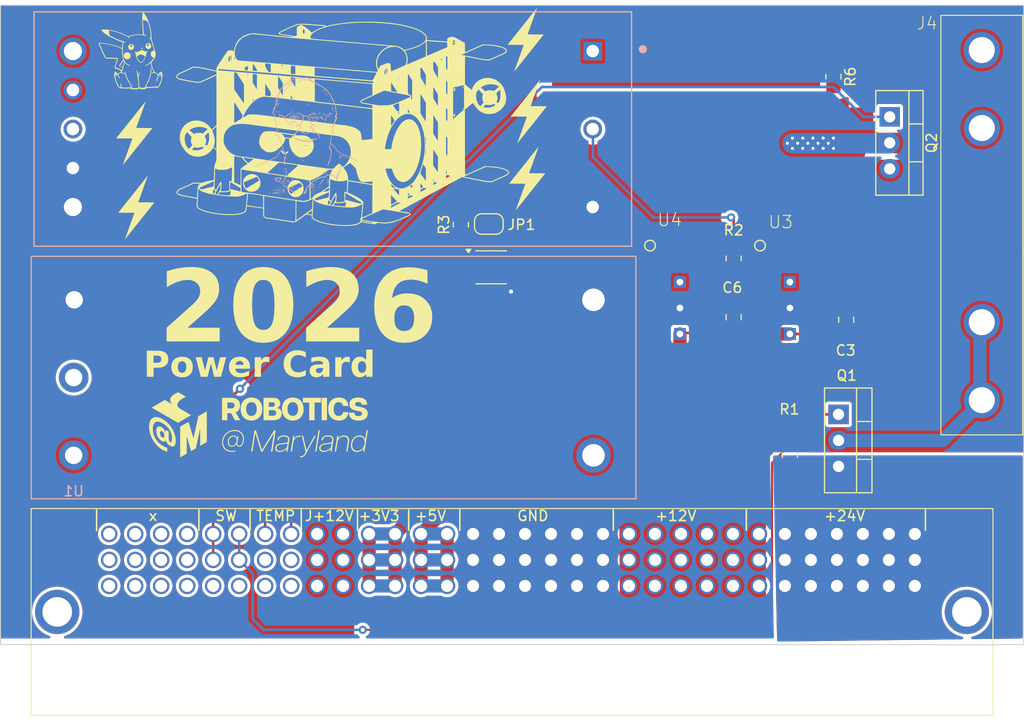
<source format=kicad_pcb>
(kicad_pcb (version 20241229) (generator "pcbnew") (generator_version "9.0")
  (layers (0 "F.Cu" signal) (2 "B.Cu" signal) (13 "F.Paste" user) (15 "B.Paste" user) (5 "F.SilkS" user "F.Silkscreen") (7 "B.SilkS" user "B.Silkscreen") (1 "F.Mask" user) (3 "B.Mask" user) (25 "Edge.Cuts" user))
  (net 0 "")
  (net 1 "+24V")
  (net 2 "/VBATT")
  (net 3 "+12V")
  (net 4 "+5V")
  (net 5 "+3.3V")
  (net 6 "12V_Jetson")
  (net 16 "SDA2")
  (net 17 "SW2")
  (net 18 "SDA")
  (net 19 "SCL")
  (net 20 "SCL2")
  (net 27 "Net-(U2-ON{slash}OFF)")
  (net 31 "Net-(JP1-B)")
  (net 33 "NJSW1")
  (net 34 "/NonJetsonPower")
  (net 35 "GND")
  (net 36 "Net-(J4-Pin_1)")
  (footprint "Resistor_SMD:R_0805_2012Metric_Pad1.20x1.40mm_HandSolder" (layer "F.Cu") (at 231.5 56 -90)
    (property "Reference" "R6" (at 0 -1.65 90) (layer "F.SilkS"))
    (property "Value" "10kO")
    (pad "1" smd roundrect (at -1 0 270) (size 1.2 1.4) (layers "F.Cu" "F.Mask" "F.Paste") (roundrect_rratio 0.208333) (net 2 "/VBATT"))
    (pad "2" smd roundrect (at 1 0 270) (size 1.2 1.4) (layers "F.Cu" "F.Mask" "F.Paste") (roundrect_rratio 0.208333) (net 33 "NJSW1"))
  )
  (footprint "Package_TO_SOT_THT:TO-220-3_Vertical" (layer "F.Cu") (at 237 59.92 -90)
    (property "Reference" "Q2" (at 2.54 -4.1 90) (layer "F.SilkS"))
    (property "Value" "IRF5305PbF")
    (pad "1" thru_hole rect (at 0 0 270) (size 1.905 2) (drill 1.1) (layers "*.Cu" "*.Mask") (net 33 "NJSW1"))
    (pad "2" thru_hole oval (at 2.54 0 270) (size 1.905 2) (drill 1.1) (layers "*.Cu" "*.Mask") (net 34 "/NonJetsonPower"))
    (pad "3" thru_hole oval (at 5.08 0 270) (size 1.905 2) (drill 1.1) (layers "*.Cu" "*.Mask") (net 2 "/VBATT"))
  )
  (footprint "LOGO" (layer "F.Cu") (at 201.5744 65.9384)
    (property "Reference" "G***" (hide yes))
    (property "Value" "LOGO" (hide yes))
  )
  (footprint "Package_TO_SOT_THT:TO-220-3_Vertical" (layer "F.Cu") (at 232 89 -90)
    (property "Reference" "Q1" (at -3.8 -0.8 180) (layer "F.SilkS"))
    (property "Value" "IRF5305PbF" (hide yes))
    (pad "1" thru_hole rect (at 0 0 270) (size 1.905 2) (drill 1.1) (layers "*.Cu" "*.Mask") (net 17 "SW2"))
    (pad "2" thru_hole oval (at 2.54 0 270) (size 1.905 2) (drill 1.1) (layers "*.Cu" "*.Mask") (net 36 "Net-(J4-Pin_1)"))
    (pad "3" thru_hole oval (at 5.08 0 270) (size 1.905 2) (drill 1.1) (layers "*.Cu" "*.Mask") (net 1 "+24V"))
  )
  (footprint "LOGO" (layer "F.Cu") (at 163.1696 61.5188)
    (property "Reference" "G***" (hide yes))
    (property "Value" "LOGO" (hide yes))
  )
  (footprint "LOGO" (layer "F.Cu") (at 163.3728 68.7832)
    (property "Reference" "G***" (hide yes))
    (property "Value" "LOGO" (hide yes))
  )
  (footprint "Pikachu:Pikachu" (layer "F.Cu") (at 162.79635 54.17202)
    (property "Reference" "G***" (hide yes))
    (property "Value" "LOGO" (hide yes))
  )
  (footprint "Thruster_Control_Card_Custom_Footprints:6509475" (layer "F.Cu") (at 239.462617 105.762442)
    (property "Reference" "J2" (hide yes))
    (property "Value" "~" (hide yes))
    (pad "A1" thru_hole circle (at 0 0) (size 1.605 1.605) (drill 1.18) (layers "*.Cu" "*.Mask") (net 1 "+24V"))
    (pad "A2" thru_hole circle (at -2.54 0) (size 1.605 1.605) (drill 1.18) (layers "*.Cu" "*.Mask") (net 1 "+24V"))
    (pad "A3" thru_hole circle (at -5.08 0) (size 1.605 1.605) (drill 1.18) (layers "*.Cu" "*.Mask") (net 1 "+24V"))
    (pad "A4" thru_hole circle (at -7.62 0) (size 1.605 1.605) (drill 1.18) (layers "*.Cu" "*.Mask") (net 1 "+24V"))
    (pad "A5" thru_hole circle (at -10.16 0) (size 1.605 1.605) (drill 1.18) (layers "*.Cu" "*.Mask") (net 1 "+24V"))
    (pad "A6" thru_hole circle (at -12.7 0) (size 1.605 1.605) (drill 1.18) (layers "*.Cu" "*.Mask") (net 1 "+24V"))
    (pad "A7" thru_hole circle (at -15.24 0) (size 1.605 1.605) (drill 1.18) (layers "*.Cu" "*.Mask") (net 3 "+12V"))
    (pad "A8" thru_hole circle (at -17.78 0) (size 1.605 1.605) (drill 1.18) (layers "*.Cu" "*.Mask") (net 3 "+12V"))
    (pad "A9" thru_hole circle (at -20.32 0) (size 1.605 1.605) (drill 1.18) (layers "*.Cu" "*.Mask") (net 3 "+12V"))
    (pad "A10" thru_hole circle (at -22.86 0) (size 1.605 1.605) (drill 1.18) (layers "*.Cu" "*.Mask") (net 3 "+12V"))
    (pad "A11" thru_hole circle (at -25.4 0) (size 1.605 1.605) (drill 1.18) (layers "*.Cu" "*.Mask") (net 3 "+12V"))
    (pad "A12" thru_hole circle (at -27.94 0) (size 1.605 1.605) (drill 1.18) (layers "*.Cu" "*.Mask") (net 3 "+12V"))
    (pad "A13" thru_hole circle (at -30.48 0) (size 1.605 1.605) (drill 1.18) (layers "*.Cu" "*.Mask") (net 35 "GND"))
    (pad "A14" thru_hole circle (at -33.02 0) (size 1.605 1.605) (drill 1.18) (layers "*.Cu" "*.Mask") (net 35 "GND"))
    (pad "A15" thru_hole circle (at -35.56 0) (size 1.605 1.605) (drill 1.18) (layers "*.Cu" "*.Mask") (net 35 "GND"))
    (pad "A16" thru_hole circle (at -38.1 0) (size 1.605 1.605) (drill 1.18) (layers "*.Cu" "*.Mask") (net 35 "GND"))
    (pad "A17" thru_hole circle (at -40.64 0) (size 1.605 1.605) (drill 1.18) (layers "*.Cu" "*.Mask") (net 35 "GND"))
    (pad "A18" thru_hole circle (at -43.18 0) (size 1.605 1.605) (drill 1.18) (layers "*.Cu" "*.Mask") (net 35 "GND"))
    (pad "A19" thru_hole circle (at -45.72 0) (size 1.605 1.605) (drill 1.18) (layers "*.Cu" "*.Mask") (net 4 "+5V"))
    (pad "A20" thru_hole circle (at -48.26 0) (size 1.605 1.605) (drill 1.18) (layers "*.Cu" "*.Mask") (net 4 "+5V"))
    (pad "A21" thru_hole circle (at -50.8 0) (size 1.605 1.605) (drill 1.18) (layers "*.Cu" "*.Mask") (net 5 "+3.3V"))
    (pad "A22" thru_hole circle (at -53.34 0) (size 1.605 1.605) (drill 1.18) (layers "*.Cu" "*.Mask") (net 5 "+3.3V"))
    (pad "A23" thru_hole circle (at -55.88 0) (size 1.605 1.605) (drill 1.18) (layers "*.Cu" "*.Mask") (net 6 "12V_Jetson"))
    (pad "A24" thru_hole circle (at -58.42 0) (size 1.605 1.605) (drill 1.18) (layers "*.Cu" "*.Mask") (net 6 "12V_Jetson"))
    (pad "A25" thru_hole circle (at -60.96 0) (size 1.605 1.605) (drill 1.18) (layers "*.Cu" "*.Mask"))
    (pad "A26" thru_hole circle (at -63.5 0) (size 1.605 1.605) (drill 1.18) (layers "*.Cu" "*.Mask"))
    (pad "A27" thru_hole circle (at -66.04 0) (size 1.605 1.605) (drill 1.18) (layers "*.Cu" "*.Mask"))
    (pad "A28" thru_hole circle (at -68.58 0) (size 1.605 1.605) (drill 1.18) (layers "*.Cu" "*.Mask"))
    (pad "A29" thru_hole circle (at -71.12 0) (size 1.605 1.605) (drill 1.18) (layers "*.Cu" "*.Mask"))
    (pad "A30" thru_hole circle (at -73.66 0) (size 1.605 1.605) (drill 1.18) (layers "*.Cu" "*.Mask"))
    (pad "A31" thru_hole circle (at -76.2 0) (size 1.605 1.605) (drill 1.18) (layers "*.Cu" "*.Mask"))
    (pad "A32" thru_hole circle (at -78.74 0) (size 1.605 1.605) (drill 1.18) (layers "*.Cu" "*.Mask"))
    (pad "B1" thru_hole circle (at 0 -2.54) (size 1.605 1.605) (drill 1.18) (layers "*.Cu" "*.Mask") (net 1 "+24V"))
    (pad "B2" thru_hole circle (at -2.54 -2.54) (size 1.605 1.605) (drill 1.18) (layers "*.Cu" "*.Mask") (net 1 "+24V"))
    (pad "B3" thru_hole circle (at -5.08 -2.54) (size 1.605 1.605) (drill 1.18) (layers "*.Cu" "*.Mask") (net 1 "+24V"))
    (pad "B4" thru_hole circle (at -7.62 -2.54) (size 1.605 1.605) (drill 1.18) (layers "*.Cu" "*.Mask") (net 1 "+24V"))
    (pad "B5" thru_hole circle (at -10.16 -2.54) (size 1.605 1.605) (drill 1.18) (layers "*.Cu" "*.Mask") (net 1 "+24V"))
    (pad "B6" thru_hole circle (at -12.7 -2.54) (size 1.605 1.605) (drill 1.18) (layers "*.Cu" "*.Mask") (net 1 "+24V"))
    (pad "B7" thru_hole circle (at -15.24 -2.54) (size 1.605 1.605) (drill 1.18) (layers "*.Cu" "*.Mask") (net 3 "+12V"))
    (pad "B8" thru_hole circle (at -17.78 -2.54) (size 1.605 1.605) (drill 1.18) (layers "*.Cu" "*.Mask") (net 3 "+12V"))
    (pad "B9" thru_hole circle (at -20.32 -2.54) (size 1.605 1.605) (drill 1.18) (layers "*.Cu" "*.Mask") (net 3 "+12V"))
    (pad "B10" thru_hole circle (at -22.86 -2.54) (size 1.605 1.605) (drill 1.18) (layers "*.Cu" "*.Mask") (net 3 "+12V"))
    (pad "B11" thru_hole circle (at -25.4 -2.54) (size 1.605 1.605) (drill 1.18) (layers "*.Cu" "*.Mask") (net 3 "+12V"))
    (pad "B12" thru_hole circle (at -27.94 -2.54) (size 1.605 1.605) (drill 1.18) (layers "*.Cu" "*.Mask") (net 3 "+12V"))
    (pad "B13" thru_hole circle (at -30.48 -2.54) (size 1.605 1.605) (drill 1.18) (layers "*.Cu" "*.Mask") (net 35 "GND"))
    (pad "B14" thru_hole circle (at -33.02 -2.54) (size 1.605 1.605) (drill 1.18) (layers "*.Cu" "*.Mask") (net 35 "GND"))
    (pad "B15" thru_hole circle (at -35.56 -2.54) (size 1.605 1.605) (drill 1.18) (layers "*.Cu" "*.Mask") (net 35 "GND"))
    (pad "B16" thru_hole circle (at -38.1 -2.54) (size 1.605 1.605) (drill 1.18) (layers "*.Cu" "*.Mask") (net 35 "GND"))
    (pad "B17" thru_hole circle (at -40.64 -2.54) (size 1.605 1.605) (drill 1.18) (layers "*.Cu" "*.Mask") (net 35 "GND"))
    (pad "B18" thru_hole circle (at -43.18 -2.54) (size 1.605 1.605) (drill 1.18) (layers "*.Cu" "*.Mask") (net 35 "GND"))
    (pad "B19" thru_hole circle (at -45.72 -2.54) (size 1.605 1.605) (drill 1.18) (layers "*.Cu" "*.Mask") (net 4 "+5V"))
    (pad "B20" thru_hole circle (at -48.26 -2.54) (size 1.605 1.605) (drill 1.18) (layers "*.Cu" "*.Mask") (net 4 "+5V"))
    (pad "B21" thru_hole circle (at -50.8 -2.54) (size 1.605 1.605) (drill 1.18) (layers "*.Cu" "*.Mask") (net 5 "+3.3V"))
    (pad "B22" thru_hole circle (at -53.34 -2.54) (size 1.605 1.605) (drill 1.18) (layers "*.Cu" "*.Mask") (net 5 "+3.3V"))
    (pad "B23" thru_hole circle (at -55.88 -2.54) (size 1.605 1.605) (drill 1.18) (layers "*.Cu" "*.Mask") (net 6 "12V_Jetson"))
    (pad "B24" thru_hole circle (at -58.42 -2.54) (size 1.605 1.605) (drill 1.18) (layers "*.Cu" "*.Mask") (net 6 "12V_Jetson"))
    (pad "B25" thru_hole circle (at -60.96 -2.54) (size 1.605 1.605) (drill 1.18) (layers "*.Cu" "*.Mask"))
    (pad "B26" thru_hole circle (at -63.5 -2.54) (size 1.605 1.605) (drill 1.18) (layers "*.Cu" "*.Mask"))
    (pad "B27" thru_hole circle (at -66.04 -2.54) (size 1.605 1.605) (drill 1.18) (layers "*.Cu" "*.Mask") (net 17 "SW2"))
    (pad "B28" thru_hole circle (at -68.58 -2.54) (size 1.605 1.605) (drill 1.18) (layers "*.Cu" "*.Mask") (net 33 "NJSW1"))
    (pad "B29" thru_hole circle (at -71.12 -2.54) (size 1.605 1.605) (drill 1.18) (layers "*.Cu" "*.Mask"))
    (pad "B30" thru_hole circle (at -73.66 -2.54) (size 1.605 1.605) (drill 1.18) (layers "*.Cu" "*.Mask"))
    (pad "B31" thru_hole circle (at -76.2 -2.54) (size 1.605 1.605) (drill 1.18) (layers "*.Cu" "*.Mask") (net 18 "SDA"))
    (pad "B32" thru_hole circle (at -78.74 -2.54) (size 1.605 1.605) (drill 1.18) (layers "*.Cu" "*.Mask") (net 19 "SCL"))
    (pad "C1" thru_hole circle (at 0 -5.08) (size 1.605 1.605) (drill 1.18) (layers "*.Cu" "*.Mask") (net 1 "+24V"))
    (pad "C2" thru_hole circle (at -2.54 -5.08) (size 1.605 1.605) (drill 1.18) (layers "*.Cu" "*.Mask") (net 1 "+24V"))
    (pad "C3" thru_hole circle (at -5.08 -5.08) (size 1.605 1.605) (drill 1.18) (layers "*.Cu" "*.Mask") (net 1 "+24V"))
    (pad "C4" thru_hole circle (at -7.62 -5.08) (size 1.605 1.605) (drill 1.18) (layers "*.Cu" "*.Mask") (net 1 "+24V"))
    (pad "C5" thru_hole circle (at -10.16 -5.08) (size 1.605 1.605) (drill 1.18) (layers "*.Cu" "*.Mask") (net 1 "+24V"))
    (pad "C6" thru_hole circle (at -12.7 -5.08) (size 1.605 1.605) (drill 1.18) (layers "*.Cu" "*.Mask") (net 1 "+24V"))
    (pad "C7" thru_hole circle (at -15.24 -5.08) (size 1.605 1.605) (drill 1.18) (layers "*.Cu" "*.Mask") (net 3 "+12V"))
    (pad "C8" thru_hole circle (at -17.78 -5.08) (size 1.605 1.605) (drill 1.18) (layers "*.Cu" "*.Mask") (net 3 "+12V"))
    (pad "C9" thru_hole circle (at -20.32 -5.08) (size 1.605 1.605) (drill 1.18) (layers "*.Cu" "*.Mask") (net 3 "+12V"))
    (pad "C10" thru_hole circle (at -22.86 -5.08) (size 1.605 1.605) (drill 1.18) (layers "*.Cu" "*.Mask") (net 3 "+12V"))
    (pad "C11" thru_hole circle (at -25.4 -5.08) (size 1.605 1.605) (drill 1.18) (layers "*.Cu" "*.Mask") (net 3 "+12V"))
    (pad "C12" thru_hole circle (at -27.94 -5.08) (size 1.605 1.605) (drill 1.18) (layers "*.Cu" "*.Mask") (net 3 "+12V"))
    (pad "C13" thru_hole circle (at -30.48 -5.08) (size 1.605 1.605) (drill 1.18) (layers "*.Cu" "*.Mask") (net 35 "GND"))
    (pad "C14" thru_hole circle (at -33.02 -5.08) (size 1.605 1.605) (drill 1.18) (layers "*.Cu" "*.Mask") (net 35 "GND"))
    (pad "C15" thru_hole circle (at -35.56 -5.08) (size 1.605 1.605) (drill 1.18) (layers "*.Cu" "*.Mask") (net 35 "GND"))
    (pad "C16" thru_hole circle (at -38.1 -5.08) (size 1.605 1.605) (drill 1.18) (layers "*.Cu" "*.Mask") (net 35 "GND"))
    (pad "C17" thru_hole circle (at -40.64 -5.08) (size 1.605 1.605) (drill 1.18) (layers "*.Cu" "*.Mask") (net 35 "GND"))
    (pad "C18" thru_hole circle (at -43.18 -5.08) (size 1.605 1.605) (drill 1.18) (layers "*.Cu" "*.Mask") (net 35 "GND"))
    (pad "C19" thru_hole circle (at -45.72 -5.08) (size 1.605 1.605) (drill 1.18) (layers "*.Cu" "*.Mask") (net 4 "+5V"))
    (pad "C20" thru_hole circle (at -48.26 -5.08) (size 1.605 1.605) (drill 1.18) (layers "*.Cu" "*.Mask") (net 4 "+5V"))
    (pad "C21" thru_hole circle (at -50.8 -5.08) (size 1.605 1.605) (drill 1.18) (layers "*.Cu" "*.Mask") (net 5 "+3.3V"))
    (pad "C22" thru_hole circle (at -53.34 -5.08) (size 1.605 1.605) (drill 1.18) (layers "*.Cu" "*.Mask") (net 5 "+3.3V"))
    (pad "C23" thru_hole circle (at -55.88 -5.08) (size 1.605 1.605) (drill 1.18) (layers "*.Cu" "*.Mask") (net 6 "12V_Jetson"))
    (pad "C24" thru_hole circle (at -58.42 -5.08) (size 1.605 1.605) (drill 1.18) (layers "*.Cu" "*.Mask") (net 6 "12V_Jetson"))
    (pad "C25" thru_hole circle (at -60.96 -5.08) (size 1.605 1.605) (drill 1.18) (layers "*.Cu" "*.Mask") (net 20 "SCL2"))
    (pad "C26" thru_hole circle (at -63.5 -5.08) (size 1.605 1.605) (drill 1.18) (layers "*.Cu" "*.Mask") (net 16 "SDA2"))
    (pad "C27" thru_hole circle (at -66.04 -5.08) (size 1.605 1.605) (drill 1.18) (layers "*.Cu" "*.Mask") (net 17 "SW2"))
    (pad "C28" thru_hole circle (at -68.58 -5.08) (size 1.605 1.605) (drill 1.18) (layers "*.Cu" "*.Mask") (net 33 "NJSW1"))
    (pad "C29" thru_hole circle (at -71.12 -5.08) (size 1.605 1.605) (drill 1.18) (layers "*.Cu" "*.Mask"))
    (pad "C30" thru_hole circle (at -73.66 -5.08) (size 1.605 1.605) (drill 1.18) (layers "*.Cu" "*.Mask"))
    (pad "C31" thru_hole circle (at -76.2 -5.08) (size 1.605 1.605) (drill 1.18) (layers "*.Cu" "*.Mask"))
    (pad "C32" thru_hole circle (at -78.74 -5.08) (size 1.605 1.605) (drill 1.18) (layers "*.Cu" "*.Mask"))
    (pad "MH1" thru_hole circle (at 5.08 2.54) (size 4.335 4.335) (drill 2.89) (layers "*.Cu" "*.Mask"))
    (pad "MH2" thru_hole circle (at -83.82 2.54) (size 4.335 4.335) (drill 2.89) (layers "*.Cu" "*.Mask"))
  )
  (footprint "Resistor_SMD:R_0805_2012Metric_Pad1.20x1.40mm_HandSolder" (layer "F.Cu") (at 227.25 92.98 90)
    (property "Reference" "R1" (at 4.48 -0.05 180) (layer "F.SilkS"))
    (property "Value" "10kO" (hide yes))
    (pad "1" smd roundrect (at -1 0 90) (size 1.2 1.4) (layers "F.Cu" "F.Mask" "F.Paste") (roundrect_rratio 0.2083333333) (net 1 "+24V"))
    (pad "2" smd roundrect (at 1 0 90) (size 1.2 1.4) (layers "F.Cu" "F.Mask" "F.Paste") (roundrect_rratio 0.2083333333) (net 17 "SW2"))
  )
  (footprint "Custom:TSR2" (layer "F.Cu") (at 216.5 78.6 -90)
    (property "Reference" "U4" (at -8.6 1 180) (layer "F.SilkS") (effects (font (size 1.2065 1.2065) (thickness 0.09652))))
    (property "Value" "TSR2-2433" (hide yes))
    (pad "1" thru_hole rect (at -2.54 0 270) (size 1.158 1.158) (drill 0.65) (layers "*.Cu" "*.Mask") (net 34 "/NonJetsonPower"))
    (pad "2" thru_hole rect (at 0 0 270) (size 1.158 1.158) (drill 0.65) (layers "*.Cu" "*.Mask") (net 35 "GND"))
    (pad "3" thru_hole rect (at 2.54 0 270) (size 1.158 1.158) (drill 0.65) (layers "*.Cu" "*.Mask") (net 5 "+3.3V"))
  )
  (footprint "Resistor_SMD:R_0805_2012Metric_Pad1.20x1.40mm_HandSolder" (layer "F.Cu") (at 195.090195 70.460005 90)
    (property "Reference" "R3" (at 0 -1.65 90) (layer "F.SilkS"))
    (property "Value" "temp R" (hide yes))
    (pad "1" smd roundrect (at -1 0 90) (size 1.2 1.4) (layers "F.Cu" "F.Mask" "F.Paste") (roundrect_rratio 0.208333) (net 35 "GND"))
    (pad "2" smd roundrect (at 1 0 90) (size 1.2 1.4) (layers "F.Cu" "F.Mask" "F.Paste") (roundrect_rratio 0.208333) (net 31 "Net-(JP1-B)"))
  )
  (footprint "Custom:TSR2" (layer "F.Cu") (at 227.25 78.6 -90)
    (property "Reference" "U3" (at -8.4 0.9 180) (layer "F.SilkS") (effects (font (size 1.2065 1.2065) (thickness 0.09652))))
    (property "Value" "TSR2-2450" (hide yes))
    (pad "1" thru_hole rect (at -2.54 0 270) (size 1.158 1.158) (drill 0.65) (layers "*.Cu" "*.Mask") (net 34 "/NonJetsonPower"))
    (pad "2" thru_hole rect (at 0 0 270) (size 1.158 1.158) (drill 0.65) (layers "*.Cu" "*.Mask") (net 35 "GND"))
    (pad "3" thru_hole rect (at 2.54 0 270) (size 1.158 1.158) (drill 0.65) (layers "*.Cu" "*.Mask") (net 4 "+5V"))
  )
  (footprint "Capacitor_SMD:C_0805_2012Metric_Pad1.18x1.45mm_HandSolder" (layer "F.Cu") (at 221.75 79.5 90)
    (property "Reference" "C6" (at 2.8875 -0.13 180) (layer "F.SilkS"))
    (property "Value" "1u" (hide yes))
    (pad "1" smd roundrect (at -1.0375 0 90) (size 1.175 1.45) (layers "F.Cu" "F.Mask" "F.Paste") (roundrect_rratio 0.2127659574) (net 5 "+3.3V"))
    (pad "2" smd roundrect (at 1.0375 0 90) (size 1.175 1.45) (layers "F.Cu" "F.Mask" "F.Paste") (roundrect_rratio 0.2127659574) (net 35 "GND"))
  )
  (footprint "LOGO" (layer "F.Cu") (at 175.102923 90.072938)
    (property "Reference" "G***" (hide yes))
    (property "Value" "LOGO" (hide yes))
  )
  (footprint "LOGO" (layer "F.Cu") (at 179.401043 56.316084)
    (property "Reference" "G***" (hide yes))
    (property "Value" "LOGO" (hide yes))
  )
  (footprint "Capacitor_SMD:C_0805_2012Metric_Pad1.18x1.45mm_HandSolder" (layer "F.Cu") (at 232.75 79.75 90)
    (property "Reference" "C3" (at -3 -0.05 180) (layer "F.SilkS"))
    (property "Value" "1u" (hide yes))
    (pad "1" smd roundrect (at -1.0375 0 90) (size 1.175 1.45) (layers "F.Cu" "F.Mask" "F.Paste") (roundrect_rratio 0.2127659574) (net 4 "+5V"))
    (pad "2" smd roundrect (at 1.0375 0 90) (size 1.175 1.45) (layers "F.Cu" "F.Mask" "F.Paste") (roundrect_rratio 0.2127659574) (net 35 "GND"))
  )
  (footprint "Package_SO:MSOP-8_3x3mm_P0.65mm" (layer "F.Cu") (at 198.048195 74.627205)
    (property "Reference" "U5" (hide yes))
    (property "Value" "MCP9808_MSOP" (hide yes))
    (pad "1" smd roundrect (at -2.1125 -0.975) (size 1.625 0.4) (layers "F.Cu" "F.Mask" "F.Paste") (net 16 "SDA2"))
    (pad "2" smd roundrect (at -2.1125 -0.325) (size 1.625 0.4) (layers "F.Cu" "F.Mask" "F.Paste") (net 20 "SCL2"))
    (pad "3" smd roundrect (at -2.1125 0.325) (size 1.625 0.4) (layers "F.Cu" "F.Mask" "F.Paste"))
    (pad "4" smd roundrect (at -2.1125 0.975) (size 1.625 0.4) (layers "F.Cu" "F.Mask" "F.Paste") (net 35 "GND"))
    (pad "5" smd roundrect (at 2.1125 0.975) (size 1.625 0.4) (layers "F.Cu" "F.Mask" "F.Paste") (net 35 "GND"))
    (pad "6" smd roundrect (at 2.1125 0.325) (size 1.625 0.4) (layers "F.Cu" "F.Mask" "F.Paste") (net 35 "GND"))
    (pad "7" smd roundrect (at 2.1125 -0.325) (size 1.625 0.4) (layers "F.Cu" "F.Mask" "F.Paste") (net 31 "Net-(JP1-B)"))
    (pad "8" smd roundrect (at 2.1125 -0.975) (size 1.625 0.4) (layers "F.Cu" "F.Mask" "F.Paste") (net 5 "+3.3V"))
  )
  (footprint "Fuse:1.25__FUSECLIPS" (layer "F.Cu") (at 246 70.5 90)
    (property "Reference" "J4" (at 19.02 -6.45 180) (layer "F.SilkS") (effects (font (size 1.2065 1.2065) (thickness 0.09652)) (justify left bottom)))
    (property "Value" "Conn_01x04_Pin" (hide yes))
    (pad "1" thru_hole circle (at -17.1069 0 90) (size 3.556 3.556) (drill 2.54) (layers "*.Cu" "*.Mask") (net 36 "Net-(J4-Pin_1)"))
    (pad "2" thru_hole circle (at -9.4869 0 90) (size 3.556 3.556) (drill 2.54) (layers "*.Cu" "*.Mask") (net 36 "Net-(J4-Pin_1)"))
    (pad "3" thru_hole circle (at 9.4869 0 90) (size 3.556 3.556) (drill 2.54) (layers "*.Cu" "*.Mask") (net 2 "/VBATT"))
    (pad "4" thru_hole circle (at 17.1069 0 90) (size 3.556 3.556) (drill 2.54) (layers "*.Cu" "*.Mask") (net 2 "/VBATT"))
  )
  (footprint "Resistor_SMD:R_0805_2012Metric_Pad1.20x1.40mm_HandSolder" (layer "F.Cu") (at 221.75 73.75 -90)
    (property "Reference" "R2" (at -2.75 0 0) (layer "F.SilkS"))
    (property "Value" "10kO" (hide yes))
    (pad "1" smd roundrect (at -1 0 270) (size 1.2 1.4) (layers "F.Cu" "F.Mask" "F.Paste") (roundrect_rratio 0.2083333333) (net 27 "Net-(U2-ON{slash}OFF)"))
    (pad "2" smd roundrect (at 1 0 270) (size 1.2 1.4) (layers "F.Cu" "F.Mask" "F.Paste") (roundrect_rratio 0.2083333333) (net 35 "GND"))
  )
  (footprint "LOGO" (layer "F.Cu") (at 201.7268 59.3852)
    (property "Reference" "G***" (hide yes))
    (property "Value" "LOGO" (hide yes))
  )
  (footprint "Jumper:SolderJumper-2_P1.3mm_Open_RoundedPad1.0x1.5mm" (layer "F.Cu") (at 197.822995 70.393205 180)
    (property "Reference" "JP1" (at -3.192605 -0.066395 0) (layer "F.SilkS"))
    (property "Value" "SolderJumper_2_Open" (hide yes))
    (pad "1" smd custom (at -0.65 0 180) (size 1 0.5) (layers "F.Cu" "F.Mask") (net 5 "+3.3V") (options (clearance outline) (anchor rect)) (primitives (gr_circle (center 0 0.25) (end 0.5 0.25) (width 0) (fill yes)) (gr_circle (center 0 -0.25) (end 0.5 -0.25) (width 0) (fill yes)) (gr_poly (pts (xy 0.5 0.75) (xy 0 0.75) (xy 0 -0.75) (xy 0.5 -0.75)) (width 0) (fill yes))))
    (pad "2" smd custom (at 0.65 0 180) (size 1 0.5) (layers "F.Cu" "F.Mask") (net 31 "Net-(JP1-B)") (options (clearance outline) (anchor rect)) (primitives (gr_circle (center 0 0.25) (end 0.5 0.25) (width 0) (fill yes)) (gr_circle (center 0 -0.25) (end 0.5 -0.25) (width 0) (fill yes)) (gr_poly (pts (xy 0 0.75) (xy -0.5 0.75) (xy -0.5 -0.75) (xy 0 -0.75)) (width 0) (fill yes))))
  )
  (footprint "LOGO" (layer "F.Cu") (at 201.422 52.3748)
    (property "Reference" "G***" (hide yes))
    (property "Value" "LOGO" (hide yes))
  )
  (footprint "Custom:240W_CONV" (layer "B.Cu") (at 157.25 93 90)
    (property "Reference" "U1" (at -3.5 0 0) (layer "B.SilkS") (effects (justify mirror)))
    (property "Value" "~" (hide yes))
    (pad "1" thru_hole circle (at 0 0 90) (size 2.9 2.9) (drill 1.7) (layers "*.Cu" "*.Mask") (net 34 "/NonJetsonPower"))
    (pad "2" thru_hole circle (at 7.6 0 90) (size 2.9 2.9) (drill 1.7) (layers "*.Cu" "*.Mask"))
    (pad "3" thru_hole circle (at 15.2 0.0508 90) (size 2.9 2.9) (drill 1.7) (layers "*.Cu" "*.Mask") (net 35 "GND"))
    (pad "4" thru_hole circle (at 15.2 50.8 90) (size 3.4 3.4) (drill 2.2) (layers "*.Cu" "*.Mask") (net 35 "GND"))
    (pad "8" thru_hole circle (at 0 50.8 90) (size 3.4 3.4) (drill 2.2) (layers "*.Cu" "*.Mask") (net 3 "+12V"))
  )
  (footprint "LOGO" (layer "B.Cu") (at 180 61.5 180)
    (property "Reference" "G***" (hide yes))
    (property "Value" "LOGO" (hide yes))
  )
  (footprint "Custom:CONV_UWE-24_3-Q12P-C" (layer "B.Cu") (at 182.5752 61.1124 180)
    (property "Reference" "U2" (hide yes))
    (property "Value" "~" (hide yes))
    (pad "1" thru_hole rect (at -25.4 7.62 180) (size 1.83 1.83) (drill 1.22) (layers "*.Cu" "*.Mask") (net 2 "/VBATT"))
    (pad "2" thru_hole circle (at -25.4 0 180) (size 1.83 1.83) (drill 1.22) (layers "*.Cu" "*.Mask") (net 27 "Net-(U2-ON{slash}OFF)"))
    (pad "3" thru_hole circle (at -25.4 -7.62 180) (size 1.83 1.83) (drill 1.22) (layers "*.Cu" "*.Mask") (net 35 "GND"))
    (pad "4" thru_hole circle (at 25.4 -7.62 180) (size 2.66 2.66) (drill 1.77) (layers "*.Cu" "*.Mask") (net 35 "GND"))
    (pad "5" thru_hole circle (at 25.4 -3.81 180) (size 1.83 1.83) (drill 1.22) (layers "*.Cu" "*.Mask") (net 35 "GND"))
    (pad "6" thru_hole circle (at 25.4 0 180) (size 1.83 1.83) (drill 1.22) (layers "*.Cu" "*.Mask"))
    (pad "7" thru_hole circle (at 25.4 3.81 180) (size 1.83 1.83) (drill 1.22) (layers "*.Cu" "*.Mask") (net 6 "12V_Jetson"))
    (pad "8" thru_hole circle (at 25.4 7.62 180) (size 2.66 2.66) (drill 1.77) (layers "*.Cu" "*.Mask") (net 6 "12V_Jetson"))
  )
  (gr_line (start 169.49 100.33) (end 169.49 98.33) (stroke (width 0.15)) (layer "F.SilkS"))
  (gr_line (start 209.99 100.33) (end 209.99 98.33) (stroke (width 0.15)) (layer "F.SilkS"))
  (gr_line (start 240.49 100.33) (end 240.49 98.33) (stroke (width 0.15)) (layer "F.SilkS"))
  (gr_line (start 189.99 100.33) (end 189.99 98.33) (stroke (width 0.15)) (layer "F.SilkS"))
  (gr_line (start 159.49 100.33) (end 159.49 98.33) (stroke (width 0.15)) (layer "F.SilkS"))
  (gr_line (start 222.99 100.33) (end 222.99 98.33) (stroke (width 0.15)) (layer "F.SilkS"))
  (gr_line (start 179.49 100.33) (end 179.49 98.33) (stroke (width 0.15)) (layer "F.SilkS"))
  (gr_line (start 174.49 100.33) (end 174.49 98.33) (stroke (width 0.15)) (layer "F.SilkS"))
  (gr_line (start 194.99 100.33) (end 194.99 98.33) (stroke (width 0.15)) (layer "F.SilkS"))
  (gr_line (start 184.99 100.33) (end 184.99 98.33) (stroke (width 0.15)) (layer "F.SilkS"))
  (gr_rect (start 150.1 49) (end 250.1 111.5) (stroke (width 0.1)) (fill no) (layer "Edge.Cuts"))
  (gr_text "+5V" (at 190.5 99.5 0) (layer "F.SilkS") (effects (font (size 1 1)) (justify left bottom)))
  (gr_text "x" (at 164.5 99.5 0) (layer "F.SilkS") (effects (font (size 1 1)) (justify left bottom)))
  (gr_text "2026" (at 165.5572 83.058 0) (layer "F.SilkS") (effects (font (size 7 7) (thickness 0.2) (bold yes)) (justify left bottom)))
  (gr_text "J+12V" (at 179.75 99.5 0) (layer "F.SilkS") (effects (font (size 1 1)) (justify left bottom)))
  (gr_text "+3V3" (at 185 99.5 0) (layer "F.SilkS") (effects (font (size 1 1)) (justify left bottom)))
  (gr_text "Power Card" (at 175.4124 85.7504 0) (layer "F.SilkS") (effects (font (size 2.5 2.5) (thickness 0.5) (bold yes) (italic yes)) (justify bottom)))
  (gr_text "+24V" (at 230.5 99.51 0) (layer "F.SilkS") (effects (font (size 1 1)) (justify left bottom)))
  (gr_text "+12V" (at 214 99.5 0) (layer "F.SilkS") (effects (font (size 1 1)) (justify left bottom)))
  (gr_text "SW" (at 171 99.5 0) (layer "F.SilkS") (effects (font (size 1 1)) (justify left bottom)))
  (gr_text "TEMP" (at 175 99.5 0) (layer "F.SilkS") (effects (font (size 1 1)) (justify left bottom)))
  (gr_text "GND" (at 200.5 99.5 0) (layer "F.SilkS") (effects (font (size 1 1)) (justify left bottom)))
  (segment (start 208.2031 53.7131) (end 208 53.51) (width 1.3) (layer "F.Cu") (net 2))
  (segment (start 193.742617 103.222442) (end 193.742617 100.682442) (width 1.3) (layer "F.Cu") (net 4))
  (segment (start 232.75 80.7875) (end 232.1 80.7875) (width 0.25) (layer "F.Cu") (net 4))
  (segment (start 222.125 83.625) (end 224.61 81.14) (width 1.3) (layer "F.Cu") (net 4))
  (segment (start 232.1 80.7875) (end 231.7475 81.14) (width 0.25) (layer "F.Cu") (net 4))
  (segment (start 198.25 93.635059) (end 198.25 89.5) (width 1.3) (layer "F.Cu") (net 4))
  (segment (start 191.202617 100.682442) (end 191.202617 103.222442) (width 1.3) (layer "F.Cu") (net 4))
  (segment (start 217.622734 88.127266) (end 222.125 83.625) (width 1.3) (layer "F.Cu") (net 4))
  (segment (start 231.7475 81.14) (end 227.25 81.14) (width 0.25) (layer "F.Cu") (net 4))
  (segment (start 199.622734 88.127266) (end 217.622734 88.127266) (width 1.3) (layer "F.Cu") (net 4))
  (segment (start 191.202617 100.682442) (end 198.25 93.635059) (width 1.3) (layer "F.Cu") (net 4))
  (segment (start 198.25 89.5) (end 199.622734 88.127266) (width 1.3) (layer "F.Cu") (net 4))
  (segment (start 193.742617 105.762442) (end 193.742617 103.222442) (width 1.3) (layer "F.Cu") (net 4))
  (segment (start 191.202617 103.222442) (end 191.202617 105.762442) (width 1.3) (layer "F.Cu") (net 4))
  (segment (start 224.61 81.14) (end 227.25 81.14) (width 1.3) (layer "F.Cu") (net 4))
  (segment (start 193.742617 100.682442) (end 191.202617 100.682442) (width 1.3) (layer "B.Cu") (net 4))
  (segment (start 191.202617 105.762442) (end 193.742617 105.762442) (width 1.3) (layer "B.Cu") (net 4))
  (segment (start 191.202617 103.222442) (end 193.742617 103.222442) (width 1.3) (layer "B.Cu") (net 4))
  (segment (start 202.946 75.528362) (end 202.946 85.5) (width 0.45) (layer "F.Cu") (net 5))
  (segment (start 186.122617 103.222442) (end 186.122617 100.682442) (width 1.3) (layer "F.Cu") (net 5))
  (segment (start 200.160695 73.652205) (end 201.069843 73.652205) (width 0.45) (layer "F.Cu") (net 5))
  (segment (start 215.25 85.5) (end 202.946 85.5) (width 1.3) (layer "F.Cu") (net 5))
  (segment (start 196 88) (end 196 93.345059) (width 1.3) (layer "F.Cu") (net 5))
  (segment (start 221.25 81.0375) (end 216.6025 81.0375) (width 0.25) (layer "F.Cu") (net 5))
  (segment (start 201.069843 73.652205) (end 202.946 75.528362) (width 0.45) (layer "F.Cu") (net 5))
  (segment (start 198.472995 70.393205) (end 198.472995 71.964505) (width 0.25) (layer "F.Cu") (net 5))
  (segment (start 202.946 85.5) (end 198.5 85.5) (width 1.3) (layer "F.Cu") (net 5))
  (segment (start 188.662617 103.222442) (end 188.662617 105.762442) (width 1.3) (layer "F.Cu") (net 5))
  (segment (start 216.5 81.14) (end 216.5 84.25) (width 1.3) (layer "F.Cu") (net 5))
  (segment (start 188.662617 100.682442) (end 188.662617 103.222442) (width 1.3) (layer "F.Cu") (net 5))
  (segment (start 198.472995 71.964505) (end 200.160695 73.652205) (width 0.25) (layer "F.Cu") (net 5))
  (segment (start 196 93.345059) (end 188.662617 100.682442) (width 1.3) (layer "F.Cu") (net 5))
  (segment (start 198.5 85.5) (end 196 88) (width 1.3) (layer "F.Cu") (net 5))
  (segment (start 216.5 84.25) (end 215.25 85.5) (width 1.3) (layer "F.Cu") (net 5))
  (segment (start 221.75 80.5375) (end 221.25 81.0375) (width 0.25) (layer "F.Cu") (net 5))
  (segment (start 186.122617 105.762442) (end 186.122617 103.222442) (width 1.3) (layer "F.Cu") (net 5))
  (segment (start 216.6025 81.0375) (end 216.5 81.14) (width 0.25) (layer "F.Cu") (net 5))
  (segment (start 188.662617 100.682442) (end 186.122617 100.682442) (width 1.3) (layer "B.Cu") (net 5))
  (segment (start 188.662617 105.762442) (end 186.122617 105.762442) (width 1.3) (layer "B.Cu") (net 5))
  (segment (start 186.122617 103.222442) (end 188.662617 103.222442) (width 1.3) (layer "B.Cu") (net 5))
  (segment (start 195.008136 73.652205) (end 195.935695 73.652205) (width 0.25) (layer "F.Cu") (net 16))
  (segment (start 175.962617 92.697724) (end 175.962617 100.682442) (width 0.25) (layer "F.Cu") (net 16))
  (segment (start 195.008136 73.652205) (end 175.962617 92.697724) (width 0.25) (layer "F.Cu") (net 16))
  (segment (start 232 89) (end 228.610219 89) (width 0.25) (layer "F.Cu") (net 17))
  (segment (start 228.610219 89) (end 227.25 90.360219) (width 0.25) (layer "F.Cu") (net 17))
  (segment (start 223.635 110.055) (end 225.5 108.19) (width 0.2) (layer "F.Cu") (net 17))
  (segment (start 225.5 108.19) (end 225.5 93.73) (width 0.2) (layer "F.Cu") (net 17))
  (segment (start 225.5 93.73) (end 227.25 91.98) (width 0.2) (layer "F.Cu") (net 17))
  (segment (start 185.5 110.055) (end 223.635 110.055) (width 0.2) (layer "F.Cu") (net 17))
  (segment (start 227.25 90.360219) (end 227.25 91.98) (width 0.25) (layer "F.Cu") (net 17))
  (via (at 185.5 110.055) (size 0.8) (drill 0.4) (layers "F.Cu" "B.Cu") (net 17))
  (segment (start 174.75 109) (end 175.805 110.055) (width 0.25) (layer "B.Cu") (net 17))
  (segment (start 174.75 104.549825) (end 174.75 105.237697) (width 0.25) (layer "B.Cu") (net 17))
  (segment (start 174.734117 106.271304) (end 174.75 106.287187) (width 0.25) (layer "B.Cu") (net 17))
  (segment (start 174.75 105.237697) (end 174.734117 105.25358) (width 0.25) (layer "B.Cu") (net 17))
  (segment (start 175.805 110.055) (end 185.5 110.055) (width 0.25) (layer "B.Cu") (net 17))
  (segment (start 173.422617 103.222442) (end 174.75 104.549825) (width 0.25) (layer "B.Cu") (net 17))
  (segment (start 174.75 106.287187) (end 174.75 109) (width 0.25) (layer "B.Cu") (net 17))
  (segment (start 174.734117 105.25358) (end 174.734117 106.271304) (width 0.25) (layer "B.Cu") (net 17))
  (segment (start 173.422617 103.222442) (end 173.422617 100.682442) (width 0.25) (layer "B.Cu") (net 17))
  (segment (start 178.35 100.529825) (end 178.502617 100.682442) (width 0.25) (layer "F.Cu") (net 20))
  (segment (start 178.502617 90.922784) (end 195.123196 74.302205) (width 0.25) (layer "F.Cu") (net 20))
  (segment (start 195.123196 74.302205) (end 195.935695 74.302205) (width 0.25) (layer "F.Cu") (net 20))
  (segment (start 178.502617 100.682442) (end 178.502617 90.922784) (width 0.25) (layer "F.Cu") (net 20))
  (segment (start 221.75 70) (end 221.5 69.75) (width 0.25) (layer "F.Cu") (net 27))
  (segment (start 221.75 72.75) (end 221.75 70) (width 0.25) (layer "F.Cu") (net 27))
  (via (at 221.5 69.75) (size 0.8) (drill 0.4) (layers "F.Cu" "B.Cu") (net 27))
  (segment (start 213.9 69.75) (end 208 63.85) (width 0.25) (layer "B.Cu") (net 27))
  (segment (start 221.5 69.75) (end 213.9 69.75) (width 0.25) (layer "B.Cu") (net 27))
  (segment (start 208 63.85) (end 208 61.13) (width 0.25) (layer "B.Cu") (net 27))
  (segment (start 197.172995 70.393205) (end 197.172995 72.204995) (width 0.25) (layer "F.Cu") (net 31))
  (segment (start 196.239795 69.460005) (end 197.172995 70.393205) (width 0.25) (layer "F.Cu") (net 31))
  (segment (start 197.172995 72.204995) (end 199.270205 74.302205) (width 0.25) (layer "F.Cu") (net 31))
  (segment (start 195.090195 69.460005) (end 196.239795 69.460005) (width 0.25) (layer "F.Cu") (net 31))
  (segment (start 199.270205 74.302205) (end 200.160695 74.302205) (width 0.25) (layer "F.Cu") (net 31))
  (segment (start 173.5 86.5) (end 170.882617 89.117383) (width 0.25) (layer "F.Cu") (net 33))
  (segment (start 170.882617 100.682442) (end 170.882617 103.222442) (width 0.25) (layer "F.Cu") (net 33))
  (segment (start 170.882617 89.117383) (end 170.882617 100.682442) (width 0.25) (layer "F.Cu") (net 33))
  (via (at 173.5 86.5) (size 0.8) (drill 0.4) (layers "F.Cu" "B.Cu") (net 33))
  (segment (start 237 59.92) (end 234.42 59.92) (width 0.25) (layer "B.Cu") (net 33))
  (segment (start 234.42 59.92) (end 231.5 57) (width 0.25) (layer "B.Cu") (net 33))
  (segment (start 231.5 57) (end 203 57) (width 0.25) (layer "B.Cu") (net 33))
  (segment (start 203 57) (end 173.5 86.5) (width 0.25) (layer "B.Cu") (net 33))
  (segment (start 157.25 93.25) (end 157 93.5) (width 1.3) (layer "F.Cu") (net 34))
  (segment (start 157.25 93) (end 157.25 93.25) (width 1.3) (layer "F.Cu") (net 34))
  (via (at 227.5 63) (size 0.5) (drill 0.3) (layers "F.Cu" "B.Cu") (net 34))
  (via (at 228.5 62) (size 0.5) (drill 0.3) (layers "F.Cu" "B.Cu") (net 34))
  (via (at 230.5 63) (size 0.5) (drill 0.3) (layers "F.Cu" "B.Cu") (net 34))
  (via (at 230 62.5) (size 0.5) (drill 0.3) (layers "F.Cu" "B.Cu") (net 34))
  (via (at 229.5 63) (size 0.5) (drill 0.3) (layers "F.Cu" "B.Cu") (net 34))
  (via (at 227.5 62) (size 0.5) (drill 0.3) (layers "F.Cu" "B.Cu") (net 34))
  (via (at 229.5 62) (size 0.5) (drill 0.3) (layers "F.Cu" "B.Cu") (net 34))
  (via (at 231.5 62) (size 0.5) (drill 0.3) (layers "F.Cu" "B.Cu") (net 34))
  (via (at 229 62.5) (size 0.5) (drill 0.3) (layers "F.Cu" "B.Cu") (net 34))
  (via (at 227 62.5) (size 0.5) (drill 0.3) (layers "F.Cu" "B.Cu") (net 34))
  (via (at 231.5 63) (size 0.5) (drill 0.3) (layers "F.Cu" "B.Cu") (net 34))
  (via (at 228 62.5) (size 0.5) (drill 0.3) (layers "F.Cu" "B.Cu") (net 34))
  (via (at 231 62.5) (size 0.5) (drill 0.3) (layers "F.Cu" "B.Cu") (net 34))
  (via (at 230.5 62) (size 0.5) (drill 0.3) (layers "F.Cu" "B.Cu") (net 34))
  (via (at 228.5 63) (size 0.5) (drill 0.3) (layers "F.Cu" "B.Cu") (net 34))
  (segment (start 236.96 62.5) (end 227.5 62.5) (width 2) (layer "B.Cu") (net 34))
  (segment (start 237 62.46) (end 236.96 62.5) (width 2) (layer "B.Cu") (net 34))
  (segment (start 221.6125 78.6) (end 221.75 78.4625) (width 0.25) (layer "F.Cu") (net 35))
  (segment (start 199.282395 74.952205) (end 200.160695 74.952205) (width 0.25) (layer "F.Cu") (net 35))
  (segment (start 232.75 78.7125) (end 232 78.7125) (width 0.25) (layer "F.Cu") (net 35))
  (segment (start 200.160695 75.602205) (end 197.325395 75.602205) (width 0.25) (layer "F.Cu") (net 35))
  (segment (start 216.5 78.6) (end 221.6125 78.6) (width 0.25) (layer "F.Cu") (net 35))
  (segment (start 200.160695 74.952205) (end 200.160695 75.602205) (width 0.25) (layer "F.Cu") (net 35))
  (segment (start 200.160695 76.834705) (end 199.998195 76.997205) (width 0.25) (layer "F.Cu") (net 35))
  (segment (start 195.790195 71.460005) (end 199.282395 74.952205) (width 0.25) (layer "F.Cu") (net 35))
  (segment (start 231.8875 78.6) (end 227.25 78.6) (width 0.25) (layer "F.Cu") (net 35))
  (segment (start 221.75 78.4625) (end 221.75 74.75) (width 0.25) (layer "F.Cu") (net 35))
  (segment (start 195.090195 71.460005) (end 195.790195 71.460005) (width 0.25) (layer "F.Cu") (net 35))
  (segment (start 197.325395 75.602205) (end 195.935695 75.602205) (width 0.25) (layer "F.Cu") (net 35))
  (segment (start 200.160695 75.602205) (end 200.160695 76.834705) (width 0.25) (layer "F.Cu") (net 35))
  (segment (start 232 78.7125) (end 231.8875 78.6) (width 0.25) (layer "F.Cu") (net 35))
  (via (at 199.998195 76.997205) (size 0.8) (drill 0.4) (layers "F.Cu" "B.Cu") (net 35))
  (segment (start 232 91.54) (end 239.5 91.54) (width 1.3) (layer "B.Cu") (net 36))
  (segment (start 242.19345 91.54) (end 245.80655 87.9269) (width 1.3) (layer "B.Cu") (net 36))
  (segment (start 245.80655 87.9269) (end 245.80655 80.3069) (width 1.3) (layer "B.Cu") (net 36))
  (segment (start 239.5 91.54) (end 242.19345 91.54) (width 1.3) (layer "B.Cu") (net 36))
  (zone (net 2) (net_name "/VBATT") (layer "F.Cu") (priority 2) (connect_pads yes (clearance 0.6)) (min_thickness 0.25) (fill yes (thermal_gap 0.5) (thermal_bridge_width 0.5))
    (polygon (pts (xy 250 49) (xy 250.095918 72.5) (xy 233.5 72.5) (xy 235.5 64) (xy 239.5 64) (xy 239.5 56.940645) (xy 204 57) (xy 204 49) (xy 235.5 49)))
  )
  (zone (net 6) (net_name "12V_Jetson") (layer "F.Cu") (priority 1) (connect_pads yes (clearance 0.3)) (min_thickness 0.25) (fill yes (thermal_gap 0.125) (thermal_bridge_width 0.75))
    (polygon (pts (xy 154 88.5) (xy 154.5 88.05) (xy 150.1 88.05) (xy 150.1 110.9) (xy 184.65 110.9) (xy 184.860638 96.997888) (xy 154 96.5)))
  )
  (zone (net 3) (net_name "+12V") (layer "F.Cu") (priority 3) (connect_pads yes (clearance 0.5)) (min_thickness 0.25) (fill yes (thermal_gap 0.5) (thermal_bridge_width 0.5))
    (polygon (pts (xy 210.64473 108.945326) (xy 225.5 108.75) (xy 225.603399 92.510464) (xy 230.5 88.750002) (xy 230.5 86) (xy 233.75 86) (xy 233.75 82) (xy 224.5 82) (xy 218.75 87.75) (xy 205.850005 88) (xy 212.32048 88) (xy 199.5 88) (xy 199.500022 99.246049) (xy 210.572904 99.158554)))
  )
  (zone (net 36) (net_name "Net-(J4-Pin_1)") (layer "F.Cu") (priority 3) (connect_pads yes (clearance 0.3)) (min_thickness 0.25) (fill yes (thermal_gap 0.125) (thermal_bridge_width 0.75))
    (polygon (pts (xy 233.583071 84.995101) (xy 228.82 90.258795) (xy 228.82 92.8) (xy 250.1 92.8) (xy 250.1 73.5) (xy 233.5 73.5)))
  )
  (zone (net 34) (net_name "/NonJetsonPower") (layer "F.Cu") (priority 5) (connect_pads yes (clearance 0.6)) (min_thickness 0.25) (fill yes (thermal_gap 0.5) (thermal_bridge_width 0.5))
    (polygon (pts (xy 202.5 48.5) (xy 202.5 58) (xy 233 58) (xy 233 59) (xy 238.5 59) (xy 238.5 63.5) (xy 234.641322 63.5) (xy 232 71.231819) (xy 232 80.5) (xy 222 80.5) (xy 219 83.5) (xy 180 83.5) (xy 180 95) (xy 155 95) (xy 155 88.5) (xy 161.5 88.5) (xy 161.5 48.5)))
  )
  (zone (net 6) (net_name "12V_Jetson") (layer "F.Cu") (priority 4) (connect_pads yes (clearance 0.6)) (min_thickness 0.25) (fill yes (thermal_gap 0.5) (thermal_bridge_width 0.5))
    (polygon (pts (xy 150.2 48.95) (xy 159.72 48.95) (xy 159.72 88.05) (xy 150.2 88.05)))
  )
  (zone (net 1) (net_name "+24V") (layers "F.Cu" "B.Cu") (priority 4) (connect_pads yes (clearance 0.3)) (min_thickness 0.25) (fill yes (thermal_gap 0.125) (thermal_bridge_width 0.75))
    (polygon (pts (xy 226 111.2) (xy 250 110.9) (xy 250 93.01) (xy 225.600219 93.01)))
  )
  (zone (net 35) (net_name "GND") (layer "B.Cu") (connect_pads yes (clearance 0.3)) (min_thickness 0.25) (fill yes (thermal_gap 0.125) (thermal_bridge_width 0.75))
    (polygon (pts (xy 250 110.9) (xy 250.1 49) (xy 150.1 49) (xy 150.1 110.9)))
  )
)
</source>
